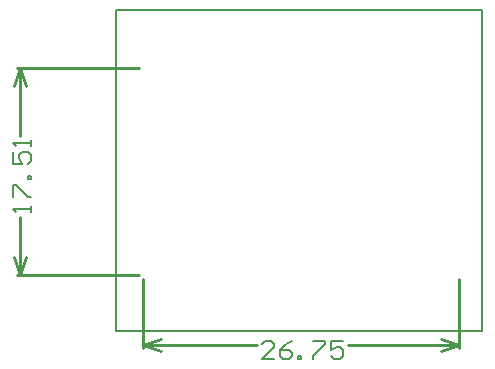
<source format=gm1>
%FSLAX25Y25*%
%MOIN*%
G70*
G01*
G75*
G04 Layer_Color=16711935*
%ADD10C,0.01000*%
%ADD11R,0.04843X0.05354*%
%ADD12C,0.03000*%
%ADD13C,0.00500*%
%ADD14C,0.00600*%
%ADD15O,0.06000X0.03000*%
%ADD16R,0.06000X0.03000*%
%ADD17R,0.02362X0.02362*%
%ADD18C,0.02000*%
%ADD19C,0.05000*%
%ADD20R,0.03347X0.02756*%
%ADD21R,0.05118X0.03937*%
%ADD22R,0.02559X0.05315*%
%ADD23O,0.01772X0.05709*%
%ADD24R,0.05643X0.06154*%
%ADD25O,0.06800X0.03800*%
%ADD26R,0.06800X0.03800*%
%ADD27R,0.03162X0.03162*%
%ADD28R,0.04147X0.03556*%
%ADD29R,0.05918X0.04737*%
%ADD30R,0.03359X0.06115*%
%ADD31O,0.02572X0.06509*%
%ADD32C,0.02362*%
%ADD33C,0.00984*%
%ADD34C,0.00787*%
D10*
X105300Y-24400D02*
Y-1250D01*
X0Y-24400D02*
Y-1250D01*
X68291Y-23400D02*
X105300D01*
X0D02*
X38100D01*
X99300Y-21400D02*
X105300Y-23400D01*
X99300Y-25400D02*
X105300Y-23400D01*
X0D02*
X6000Y-25400D01*
X0Y-23400D02*
X6000Y-21400D01*
X-42000Y0D02*
X-1250D01*
X-42000Y68946D02*
X-1250D01*
X-41000Y0D02*
Y19277D01*
Y46469D02*
Y68946D01*
Y0D02*
X-39000Y6000D01*
X-43000D02*
X-41000Y0D01*
X-43000Y62946D02*
X-41000Y68946D01*
X-39000Y62946D01*
X105300Y-24400D02*
Y-1250D01*
X0Y-24400D02*
Y-1250D01*
X68291Y-23400D02*
X105300D01*
X0D02*
X38100D01*
X99300Y-21400D02*
X105300Y-23400D01*
X99300Y-25400D02*
X105300Y-23400D01*
X0D02*
X6000Y-25400D01*
X0Y-23400D02*
X6000Y-21400D01*
X-42000Y0D02*
X-1250D01*
X-42000Y68946D02*
X-1250D01*
X-41000Y0D02*
Y19277D01*
Y46469D02*
Y68946D01*
Y0D02*
X-39000Y6000D01*
X-43000D02*
X-41000Y0D01*
X-43000Y62946D02*
X-41000Y68946D01*
X-39000Y62946D01*
D13*
X-9055Y-18504D02*
Y88386D01*
X-8900D02*
X112992D01*
Y-18504D02*
Y88400D01*
X-9055Y-18504D02*
X113100D01*
X-9055D02*
Y88386D01*
X-8900D02*
X112992D01*
Y-18504D02*
Y88400D01*
X-9055Y-18504D02*
X113100D01*
D14*
X43699Y-28100D02*
X39700D01*
X43699Y-24101D01*
Y-23102D01*
X42699Y-22102D01*
X40700D01*
X39700Y-23102D01*
X49697Y-22102D02*
X47697Y-23102D01*
X45698Y-25101D01*
Y-27100D01*
X46698Y-28100D01*
X48697D01*
X49697Y-27100D01*
Y-26101D01*
X48697Y-25101D01*
X45698D01*
X51696Y-28100D02*
Y-27100D01*
X52696D01*
Y-28100D01*
X51696D01*
X56695Y-22102D02*
X60693D01*
Y-23102D01*
X56695Y-27100D01*
Y-28100D01*
X66691Y-22102D02*
X62693D01*
Y-25101D01*
X64692Y-24101D01*
X65692D01*
X66691Y-25101D01*
Y-27100D01*
X65692Y-28100D01*
X63692D01*
X62693Y-27100D01*
X-37401Y20877D02*
Y22876D01*
Y21877D01*
X-43399D01*
X-42399Y20877D01*
X-43399Y25875D02*
Y29874D01*
X-42399D01*
X-38401Y25875D01*
X-37401D01*
Y31873D02*
X-38401D01*
Y32873D01*
X-37401D01*
Y31873D01*
X-43399Y40870D02*
Y36872D01*
X-40400D01*
X-41400Y38871D01*
Y39871D01*
X-40400Y40870D01*
X-38401D01*
X-37401Y39871D01*
Y37871D01*
X-38401Y36872D01*
X-37401Y42870D02*
Y44869D01*
Y43869D01*
X-43399D01*
X-42399Y42870D01*
X43699Y-28100D02*
X39700D01*
X43699Y-24101D01*
Y-23102D01*
X42699Y-22102D01*
X40700D01*
X39700Y-23102D01*
X49697Y-22102D02*
X47697Y-23102D01*
X45698Y-25101D01*
Y-27100D01*
X46698Y-28100D01*
X48697D01*
X49697Y-27100D01*
Y-26101D01*
X48697Y-25101D01*
X45698D01*
X51696Y-28100D02*
Y-27100D01*
X52696D01*
Y-28100D01*
X51696D01*
X56695Y-22102D02*
X60693D01*
Y-23102D01*
X56695Y-27100D01*
Y-28100D01*
X66691Y-22102D02*
X62693D01*
Y-25101D01*
X64692Y-24101D01*
X65692D01*
X66691Y-25101D01*
Y-27100D01*
X65692Y-28100D01*
X63692D01*
X62693Y-27100D01*
X-37401Y20877D02*
Y22876D01*
Y21877D01*
X-43399D01*
X-42399Y20877D01*
X-43399Y25875D02*
Y29874D01*
X-42399D01*
X-38401Y25875D01*
X-37401D01*
Y31873D02*
X-38401D01*
Y32873D01*
X-37401D01*
Y31873D01*
X-43399Y40870D02*
Y36872D01*
X-40400D01*
X-41400Y38871D01*
Y39871D01*
X-40400Y40870D01*
X-38401D01*
X-37401Y39871D01*
Y37871D01*
X-38401Y36872D01*
X-37401Y42870D02*
Y44869D01*
Y43869D01*
X-43399D01*
X-42399Y42870D01*
M02*

</source>
